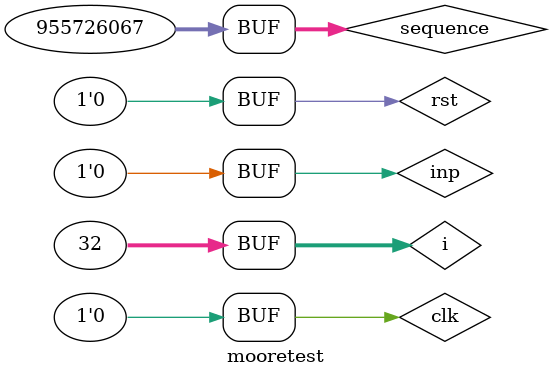
<source format=v>
module mooretest();
reg clk, rst, inp;
wire outp; wire [4:0]stack;
reg [31:0] sequence;			//For the internal 32-bits
integer i;
moore dut(clk, rst, inp, outp, stack);		//Calling the instance
initial
begin
clk = 0;
rst = 1;
sequence = 32'b0011_1000_1111_0111_0011_1000_1111_0011;
#5 rst = 0;
for (i=0; i<=31; i=i+1)
begin
inp = sequence[i];			//All the input bits
#2 clk = 1;
#2 clk = 0;
$display ("State =  ", dut.state, " Input =  ", inp, " Output = ", outp);
end
end
endmodule 
</source>
